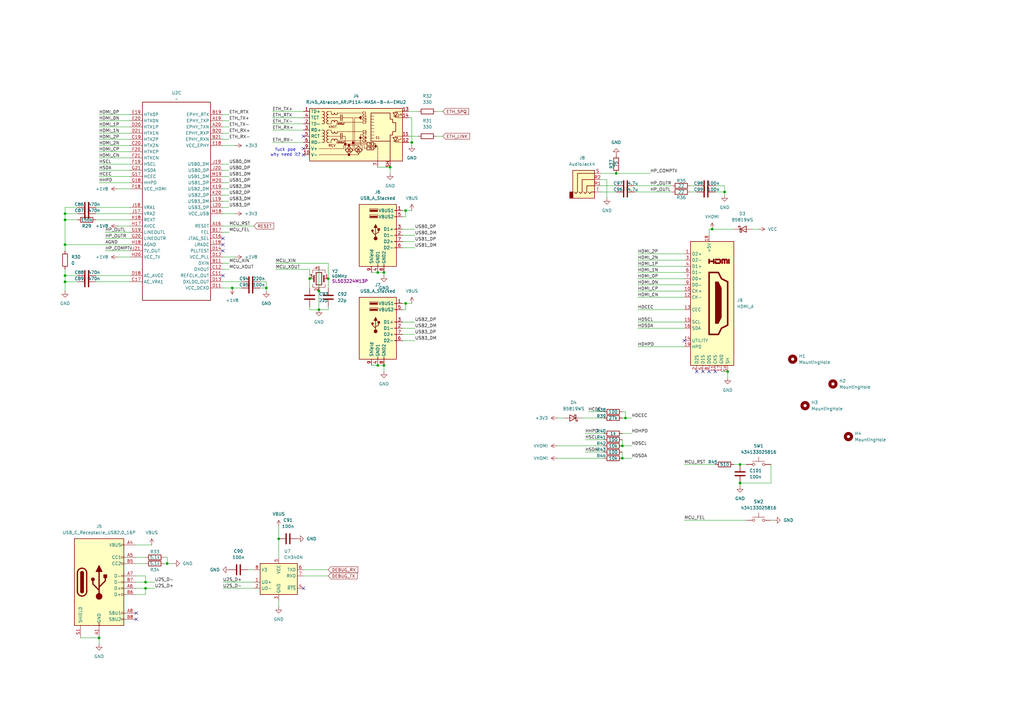
<source format=kicad_sch>
(kicad_sch (version 20231120) (generator "eeschema") (generator_version "8.0")
  (paper "A3")
  (title_block (title "Radianite Computer (Codename: Lemon Irvine)") (date "2024-09-20") (rev "0.1"))
  (junction (at 130.81 119.38))
  (junction (at 26.67 87.63))
  (junction (at 157.48 149.86))
  (junction (at 154.94 149.86))
  (junction (at 166.37 124.46))
  (junction (at 160.02 68.58))
  (junction (at 109.22 118.11))
  (junction (at 95.25 118.11))
  (junction (at 59.69 238.76))
  (junction (at 68.58 231.14))
  (junction (at 157.48 111.76))
  (junction (at 134.62 114.3))
  (junction (at 59.69 241.3))
  (junction (at 166.37 86.36))
  (junction (at 303.53 198.12))
  (junction (at 26.67 100.33))
  (junction (at 168.91 58.42))
  (junction (at 26.67 113.03))
  (junction (at 26.67 90.17))
  (junction (at 114.3 220.98))
  (junction (at 255.27 187.96))
  (junction (at 297.18 78.74))
  (junction (at 130.81 127))
  (junction (at 26.67 115.57))
  (junction (at 252.73 71.12))
  (junction (at 303.53 190.5))
  (junction (at 255.27 182.88))
  (junction (at 154.94 111.76))
  (junction (at 40.64 261.62))
  (junction (at 292.1 93.98))
  (junction (at 127 114.3))
  (junction (at 298.45 152.4))
  (junction (at 256.54 171.45))
  (no_connect (at 124.46 55.88))
  (no_connect (at 290.83 152.4))
  (no_connect (at 124.46 241.3))
  (no_connect (at 55.88 251.46))
  (no_connect (at 124.46 63.5))
  (no_connect (at 91.44 100.33))
  (no_connect (at 280.67 139.7))
  (no_connect (at 124.46 60.96))
  (no_connect (at 91.44 113.03))
  (no_connect (at 55.88 254))
  (no_connect (at 288.29 152.4))
  (no_connect (at 285.75 152.4))
  (no_connect (at 293.37 152.4))
  (no_connect (at 91.44 97.79))
  (no_connect (at 91.44 102.87))
  (wire (pts (xy 127 110.49) (xy 113.03 110.49)))
  (wire (pts (xy 40.64 52.07) (xy 53.34 52.07)))
  (wire (pts (xy 55.88 238.76) (xy 59.69 238.76)))
  (wire (pts (xy 303.53 190.5) (xy 306.07 190.5)))
  (wire (pts (xy 246.38 76.2) (xy 252.73 76.2)))
  (wire (pts (xy 59.69 236.22) (xy 55.88 236.22)))
  (wire (pts (xy 67.31 231.14) (xy 68.58 231.14)))
  (wire (pts (xy 165.1 101.6) (xy 170.18 101.6)))
  (wire (pts (xy 246.38 78.74) (xy 252.73 78.74)))
  (wire (pts (xy 43.18 97.79) (xy 53.34 97.79)))
  (wire (pts (xy 300.99 93.98) (xy 292.1 93.98)))
  (wire (pts (xy 68.58 231.14) (xy 71.12 231.14)))
  (wire (pts (xy 255.27 171.45) (xy 256.54 171.45)))
  (wire (pts (xy 165.1 99.06) (xy 170.18 99.06)))
  (wire (pts (xy 91.44 77.47) (xy 93.98 77.47)))
  (wire (pts (xy 165.1 134.62) (xy 170.18 134.62)))
  (wire (pts (xy 39.37 85.09) (xy 53.34 85.09)))
  (wire (pts (xy 308.61 93.98) (xy 311.15 93.98)))
  (wire (pts (xy 91.44 95.25) (xy 93.98 95.25)))
  (wire (pts (xy 91.44 82.55) (xy 93.98 82.55)))
  (wire (pts (xy 43.18 102.87) (xy 53.34 102.87)))
  (wire (pts (xy 26.67 90.17) (xy 31.75 90.17)))
  (wire (pts (xy 255.27 185.42) (xy 255.27 187.96)))
  (wire (pts (xy 165.1 124.46) (xy 166.37 124.46)))
  (wire (pts (xy 40.64 46.99) (xy 53.34 46.99)))
  (wire (pts (xy 165.1 96.52) (xy 170.18 96.52)))
  (wire (pts (xy 283.21 78.74) (xy 285.75 78.74)))
  (wire (pts (xy 134.62 127) (xy 130.81 127)))
  (wire (pts (xy 179.07 55.88) (xy 181.61 55.88)))
  (wire (pts (xy 59.69 238.76) (xy 59.69 236.22)))
  (wire (pts (xy 48.26 92.71) (xy 53.34 92.71)))
  (wire (pts (xy 261.62 111.76) (xy 280.67 111.76)))
  (wire (pts (xy 303.53 198.12) (xy 316.23 198.12)))
  (wire (pts (xy 261.62 116.84) (xy 280.67 116.84)))
  (wire (pts (xy 255.27 180.34) (xy 255.27 182.88)))
  (wire (pts (xy 165.1 127) (xy 166.37 127)))
  (wire (pts (xy 40.64 49.53) (xy 53.34 49.53)))
  (wire (pts (xy 114.3 246.38) (xy 114.3 248.92)))
  (wire (pts (xy 91.44 241.3) (xy 104.14 241.3)))
  (wire (pts (xy 167.64 58.42) (xy 168.91 58.42)))
  (wire (pts (xy 167.64 45.72) (xy 171.45 45.72)))
  (wire (pts (xy 165.1 132.08) (xy 170.18 132.08)))
  (wire (pts (xy 39.37 115.57) (xy 53.34 115.57)))
  (wire (pts (xy 166.37 86.36) (xy 168.91 86.36)))
  (wire (pts (xy 101.6 233.68) (xy 104.14 233.68)))
  (wire (pts (xy 91.44 54.61) (xy 93.98 54.61)))
  (wire (pts (xy 261.62 109.22) (xy 280.67 109.22)))
  (wire (pts (xy 26.67 113.03) (xy 26.67 110.49)))
  (wire (pts (xy 48.26 77.47) (xy 53.34 77.47)))
  (wire (pts (xy 91.44 85.09) (xy 93.98 85.09)))
  (wire (pts (xy 59.69 241.3) (xy 59.69 243.84)))
  (wire (pts (xy 127 125.73) (xy 127 127)))
  (wire (pts (xy 124.46 236.22) (xy 134.62 236.22)))
  (wire (pts (xy 292.1 93.98) (xy 290.83 93.98)))
  (wire (pts (xy 248.92 73.66) (xy 246.38 73.66)))
  (wire (pts (xy 134.62 125.73) (xy 134.62 127)))
  (wire (pts (xy 91.44 238.76) (xy 104.14 238.76)))
  (wire (pts (xy 40.64 69.85) (xy 53.34 69.85)))
  (wire (pts (xy 91.44 87.63) (xy 96.52 87.63)))
  (wire (pts (xy 40.64 57.15) (xy 53.34 57.15)))
  (wire (pts (xy 134.62 107.95) (xy 134.62 114.3)))
  (wire (pts (xy 106.68 118.11) (xy 109.22 118.11)))
  (wire (pts (xy 26.67 87.63) (xy 26.67 85.09)))
  (wire (pts (xy 168.91 59.69) (xy 168.91 58.42)))
  (wire (pts (xy 39.37 87.63) (xy 53.34 87.63)))
  (wire (pts (xy 261.62 134.62) (xy 280.67 134.62)))
  (wire (pts (xy 91.44 118.11) (xy 95.25 118.11)))
  (wire (pts (xy 91.44 67.31) (xy 93.98 67.31)))
  (wire (pts (xy 109.22 115.57) (xy 106.68 115.57)))
  (wire (pts (xy 280.67 213.36) (xy 306.07 213.36)))
  (wire (pts (xy 165.1 93.98) (xy 170.18 93.98)))
  (wire (pts (xy 293.37 78.74) (xy 297.18 78.74)))
  (wire (pts (xy 154.94 149.86) (xy 157.48 149.86)))
  (wire (pts (xy 165.1 88.9) (xy 166.37 88.9)))
  (wire (pts (xy 260.35 76.2) (xy 275.59 76.2)))
  (wire (pts (xy 283.21 76.2) (xy 285.75 76.2)))
  (wire (pts (xy 261.62 121.92) (xy 280.67 121.92)))
  (wire (pts (xy 59.69 238.76) (xy 63.5 238.76)))
  (wire (pts (xy 316.23 198.12) (xy 316.23 190.5)))
  (wire (pts (xy 55.88 231.14) (xy 59.69 231.14)))
  (wire (pts (xy 246.38 71.12) (xy 252.73 71.12)))
  (wire (pts (xy 55.88 223.52) (xy 62.23 223.52)))
  (wire (pts (xy 127 127) (xy 130.81 127)))
  (wire (pts (xy 168.91 58.42) (xy 168.91 48.26)))
  (wire (pts (xy 91.44 92.71) (xy 104.14 92.71)))
  (wire (pts (xy 26.67 85.09) (xy 31.75 85.09)))
  (wire (pts (xy 316.23 213.36) (xy 317.5 213.36)))
  (wire (pts (xy 154.94 111.76) (xy 157.48 111.76)))
  (wire (pts (xy 114.3 215.9) (xy 114.3 220.98)))
  (wire (pts (xy 91.44 69.85) (xy 93.98 69.85)))
  (wire (pts (xy 26.67 119.38) (xy 26.67 115.57)))
  (wire (pts (xy 228.6 182.88) (xy 247.65 182.88)))
  (wire (pts (xy 91.44 57.15) (xy 93.98 57.15)))
  (wire (pts (xy 252.73 71.12) (xy 266.7 71.12)))
  (wire (pts (xy 68.58 231.14) (xy 68.58 228.6)))
  (wire (pts (xy 40.64 261.62) (xy 40.64 264.16)))
  (wire (pts (xy 91.44 105.41) (xy 96.52 105.41)))
  (wire (pts (xy 238.76 171.45) (xy 247.65 171.45)))
  (wire (pts (xy 260.35 78.74) (xy 275.59 78.74)))
  (wire (pts (xy 290.83 93.98) (xy 290.83 96.52)))
  (wire (pts (xy 26.67 102.87) (xy 26.67 100.33)))
  (wire (pts (xy 157.48 111.76) (xy 157.48 113.03)))
  (wire (pts (xy 157.48 149.86) (xy 157.48 152.4)))
  (wire (pts (xy 111.76 53.34) (xy 124.46 53.34)))
  (wire (pts (xy 130.81 119.38) (xy 130.81 127)))
  (wire (pts (xy 261.62 106.68) (xy 280.67 106.68)))
  (wire (pts (xy 111.76 45.72) (xy 124.46 45.72)))
  (wire (pts (xy 255.27 182.88) (xy 259.08 182.88)))
  (wire (pts (xy 240.03 185.42) (xy 247.65 185.42)))
  (wire (pts (xy 280.67 190.5) (xy 293.37 190.5)))
  (wire (pts (xy 165.1 137.16) (xy 170.18 137.16)))
  (wire (pts (xy 124.46 233.68) (xy 134.62 233.68)))
  (wire (pts (xy 40.64 74.93) (xy 53.34 74.93)))
  (wire (pts (xy 59.69 241.3) (xy 63.5 241.3)))
  (wire (pts (xy 40.64 72.39) (xy 53.34 72.39)))
  (wire (pts (xy 91.44 46.99) (xy 93.98 46.99)))
  (wire (pts (xy 256.54 171.45) (xy 259.08 171.45)))
  (wire (pts (xy 152.4 111.76) (xy 154.94 111.76)))
  (wire (pts (xy 179.07 45.72) (xy 181.61 45.72)))
  (wire (pts (xy 26.67 113.03) (xy 31.75 113.03)))
  (wire (pts (xy 127 114.3) (xy 127 118.11)))
  (wire (pts (xy 297.18 76.2) (xy 293.37 76.2)))
  (wire (pts (xy 255.27 168.91) (xy 256.54 168.91)))
  (wire (pts (xy 154.94 68.58) (xy 160.02 68.58)))
  (wire (pts (xy 26.67 100.33) (xy 26.67 90.17)))
  (wire (pts (xy 261.62 142.24) (xy 280.67 142.24)))
  (wire (pts (xy 91.44 59.69) (xy 96.52 59.69)))
  (wire (pts (xy 114.3 220.98) (xy 114.3 228.6)))
  (wire (pts (xy 248.92 81.28) (xy 248.92 73.66)))
  (wire (pts (xy 26.67 87.63) (xy 31.75 87.63)))
  (wire (pts (xy 166.37 127) (xy 166.37 124.46)))
  (wire (pts (xy 40.64 67.31) (xy 53.34 67.31)))
  (wire (pts (xy 48.26 105.41) (xy 53.34 105.41)))
  (wire (pts (xy 43.18 95.25) (xy 53.34 95.25)))
  (wire (pts (xy 261.62 127) (xy 280.67 127)))
  (wire (pts (xy 91.44 74.93) (xy 93.98 74.93)))
  (wire (pts (xy 40.64 59.69) (xy 53.34 59.69)))
  (wire (pts (xy 113.03 107.95) (xy 134.62 107.95)))
  (wire (pts (xy 152.4 149.86) (xy 154.94 149.86)))
  (wire (pts (xy 91.44 72.39) (xy 93.98 72.39)))
  (wire (pts (xy 300.99 190.5) (xy 303.53 190.5)))
  (wire (pts (xy 111.76 48.26) (xy 124.46 48.26)))
  (wire (pts (xy 228.6 187.96) (xy 247.65 187.96)))
  (wire (pts (xy 26.67 115.57) (xy 31.75 115.57)))
  (wire (pts (xy 261.62 114.3) (xy 280.67 114.3)))
  (wire (pts (xy 91.44 110.49) (xy 93.98 110.49)))
  (wire (pts (xy 39.37 90.17) (xy 53.34 90.17)))
  (wire (pts (xy 111.76 50.8) (xy 124.46 50.8)))
  (wire (pts (xy 240.03 177.8) (xy 247.65 177.8)))
  (wire (pts (xy 134.62 114.3) (xy 134.62 118.11)))
  (wire (pts (xy 261.62 119.38) (xy 280.67 119.38)))
  (wire (pts (xy 40.64 54.61) (xy 53.34 54.61)))
  (wire (pts (xy 33.02 261.62) (xy 40.64 261.62)))
  (wire (pts (xy 261.62 132.08) (xy 280.67 132.08)))
  (wire (pts (xy 167.64 55.88) (xy 171.45 55.88)))
  (wire (pts (xy 26.67 90.17) (xy 26.67 87.63)))
  (wire (pts (xy 130.81 109.22) (xy 130.81 119.38)))
  (wire (pts (xy 40.64 64.77) (xy 53.34 64.77)))
  (wire (pts (xy 165.1 139.7) (xy 170.18 139.7)))
  (wire (pts (xy 256.54 168.91) (xy 256.54 171.45)))
  (wire (pts (xy 255.27 177.8) (xy 259.08 177.8)))
  (wire (pts (xy 160.02 68.58) (xy 160.02 71.12)))
  (wire (pts (xy 91.44 115.57) (xy 99.06 115.57)))
  (wire (pts (xy 241.3 168.91) (xy 247.65 168.91)))
  (wire (pts (xy 26.67 100.33) (xy 53.34 100.33)))
  (wire (pts (xy 255.27 187.96) (xy 259.08 187.96)))
  (wire (pts (xy 91.44 49.53) (xy 93.98 49.53)))
  (wire (pts (xy 228.6 171.45) (xy 231.14 171.45)))
  (wire (pts (xy 168.91 48.26) (xy 167.64 48.26)))
  (wire (pts (xy 127 114.3) (xy 127 110.49)))
  (wire (pts (xy 91.44 80.01) (xy 93.98 80.01)))
  (wire (pts (xy 109.22 119.38) (xy 109.22 118.11)))
  (wire (pts (xy 111.76 58.42) (xy 124.46 58.42)))
  (wire (pts (xy 166.37 88.9) (xy 166.37 86.36)))
  (wire (pts (xy 91.44 107.95) (xy 93.98 107.95)))
  (wire (pts (xy 55.88 228.6) (xy 59.69 228.6)))
  (wire (pts (xy 297.18 78.74) (xy 297.18 76.2)))
  (wire (pts (xy 59.69 243.84) (xy 55.88 243.84)))
  (wire (pts (xy 26.67 115.57) (xy 26.67 113.03)))
  (wire (pts (xy 240.03 180.34) (xy 247.65 180.34)))
  (wire (pts (xy 55.88 241.3) (xy 59.69 241.3)))
  (wire (pts (xy 297.18 80.01) (xy 297.18 78.74)))
  (wire (pts (xy 91.44 52.07) (xy 93.98 52.07)))
  (wire (pts (xy 166.37 124.46) (xy 168.91 124.46)))
  (wire (pts (xy 166.37 86.36) (xy 165.1 86.36)))
  (wire (pts (xy 303.53 198.12) (xy 303.53 199.39)))
  (wire (pts (xy 298.45 152.4) (xy 298.45 154.94)))
  (wire (pts (xy 68.58 228.6) (xy 67.31 228.6)))
  (wire (pts (xy 295.91 152.4) (xy 298.45 152.4)))
  (wire (pts (xy 95.25 118.11) (xy 99.06 118.11)))
  (wire (pts (xy 261.62 104.14) (xy 280.67 104.14)))
  (wire (pts (xy 40.64 62.23) (xy 53.34 62.23)))
  (wire (pts (xy 109.22 118.11) (xy 109.22 115.57)))
  (wire (pts (xy 39.37 113.03) (xy 53.34 113.03)))
  (text "fuck poe\nwhy need it?" (at 117.094 62.484 0) (effects (font (size 1.27 1.27))))
  (label "HDMI_CP" (at 261.62 119.38 0))
  (label "USB0_DM" (at 170.18 96.52 0))
  (label "HDMI_2N" (at 40.64 59.69 0))
  (label "MCU_RST" (at 280.67 190.5 0))
  (label "USB1_DP" (at 93.98 74.93 0))
  (label "HDMI_CN" (at 261.62 121.92 0))
  (label "USB0_DM" (at 93.98 67.31 0))
  (label "HDMI_0P" (at 40.64 46.99 0))
  (label "AGND" (at 43.18 100.33 0))
  (label "MCU_XIN" (at 93.98 107.95 0))
  (label "USB3_DP" (at 170.18 137.16 0))
  (label "USB2_DM" (at 170.18 134.62 0))
  (label "USB2_DM" (at 93.98 77.47 0))
  (label "HDMI_CN" (at 40.64 64.77 0))
  (label "HHPD" (at 40.64 74.93 0))
  (label "MCU_FEL" (at 280.67 213.36 0))
  (label "HDSDA" (at 259.08 187.96 0))
  (label "HDHPD" (at 261.62 142.24 0))
  (label "HDSCL" (at 259.08 182.88 0))
  (label "USB1_DP" (at 170.18 99.06 0))
  (label "HDMI_2P" (at 40.64 57.15 0))
  (label "HDMI_1P" (at 261.62 109.22 0))
  (label "HDMI_CP" (at 40.64 62.23 0))
  (label "USB3_DM" (at 93.98 82.55 0))
  (label "HP_OUTL" (at 266.7 78.74 0))
  (label "HP_OUTR" (at 43.18 97.79 0))
  (label "MCU_XOUT" (at 113.03 110.49 0))
  (label "HSDA" (at 40.64 69.85 0))
  (label "HP_COMPTV" (at 266.7 71.12 0))
  (label "HP_OUTL" (at 43.18 95.25 0))
  (label "HSDA" (at 240.03 185.42 0))
  (label "MCU_XIN" (at 113.03 107.95 0))
  (label "HDCEC" (at 261.62 127 0))
  (label "HDSCL" (at 261.62 132.08 0))
  (label "ETH_RTX" (at 93.98 46.99 0))
  (label "HDMI_1N" (at 261.62 111.76 0))
  (label "HCEC" (at 40.64 72.39 0))
  (label "USB2_DP" (at 93.98 80.01 0))
  (label "ETH_TX+" (at 93.98 49.53 0))
  (label "ETH_RX-" (at 93.98 57.15 0))
  (label "MCU_FEL" (at 93.98 95.25 0))
  (label "HDMI_1P" (at 40.64 52.07 0))
  (label "HDMI_0P" (at 261.62 114.3 0))
  (label "ETH_RX+" (at 93.98 54.61 0))
  (label "USB1_DM" (at 170.18 101.6 0))
  (label "HDHPD" (at 259.08 177.8 0))
  (label "HDMI_2N" (at 261.62 106.68 0))
  (label "U2S_D+" (at 63.5 241.3 0))
  (label "HSCL" (at 40.64 67.31 0))
  (label "USB1_DM" (at 93.98 72.39 0))
  (label "ETH_TX-" (at 111.76 50.8 0))
  (label "USB3_DM" (at 170.18 139.7 0))
  (label "HDMI_2P" (at 261.62 104.14 0))
  (label "U2S_D-" (at 91.44 241.3 0))
  (label "ETH_TX-" (at 93.98 52.07 0))
  (label "HDCEC" (at 259.08 171.45 0))
  (label "HDMI_0N" (at 261.62 116.84 0))
  (label "HDSDA" (at 261.62 134.62 0))
  (label "MCU_RST" (at 93.98 92.71 0))
  (label "USB2_DP" (at 170.18 132.08 0))
  (label "ETH_RX-" (at 111.76 58.42 0))
  (label "U2S_D+" (at 91.44 238.76 0))
  (label "HSCL" (at 240.03 180.34 0))
  (label "USB0_DP" (at 93.98 69.85 0))
  (label "ETH_RX+" (at 111.76 53.34 0))
  (label "HCEC" (at 241.3 168.91 0))
  (label "USB0_DP" (at 170.18 93.98 0))
  (label "HP_COMPTV" (at 43.18 102.87 0))
  (label "HHPD" (at 240.03 177.8 0))
  (label "HDMI_1N" (at 40.64 54.61 0))
  (label "USB3_DP" (at 93.98 85.09 0))
  (label "ETH_RTX" (at 111.76 48.26 0))
  (label "HP_OUTR" (at 266.7 76.2 0))
  (label "ETH_TX+" (at 111.76 45.72 0))
  (label "U2S_D-" (at 63.5 238.76 0))
  (label "HDMI_0N" (at 40.64 49.53 0))
  (label "MCU_XOUT" (at 93.98 110.49 0))
  (global_label "ETH_SPQ" (shape input) (at 181.61 45.72 0) (property "Intersheetrefs" "${INTERSHEET_REFS}" (effects (hide yes))))
  (global_label "ETH_LINK" (shape input) (at 181.61 55.88 0) (property "Intersheetrefs" "${INTERSHEET_REFS}" (effects (hide yes))))
  (global_label "DEBUG_TX" (shape input) (at 134.62 236.22 0) (property "Intersheetrefs" "${INTERSHEET_REFS}" (effects (hide yes))))
  (global_label "DEBUG_RX" (shape input) (at 134.62 233.68 0) (property "Intersheetrefs" "${INTERSHEET_REFS}" (effects (hide yes))))
  (global_label "RESET" (shape input) (at 104.14 92.71 0) (property "Intersheetrefs" "${INTERSHEET_REFS}" (effects (hide yes))))
  (symbol (lib_id "Device:R") (at 26.67 106.68 0) (unit 1)
    (property "Reference" "R30" (at 29.21 105.4099 0) (effects (justify left)))
    (property "Value" "0" (at 29.21 107.9499 0) (effects (justify left)))
    (property "Footprint" "Resistor_SMD:R_0402_1005Metric" (effects (hide yes)))
    (property "Description" "Resistor" (effects (hide yes)))
  )
  (symbol (lib_id "Interface_USB:CH340N") (at 114.3 236.22 0) (unit 1)
    (property "Reference" "U7" (at 116.4941 226.06 0) (effects (justify left)))
    (property "Value" "CH340N" (at 116.4941 228.6 0) (effects (justify left)))
    (property "Footprint" "Package_SO:SOP-8_3.9x4.9mm_P1.27mm" (effects (hide yes)))
    (property "Datasheet" "https://aitendo3.sakura.ne.jp/aitendo_data/product_img/ic/inteface/CH340N/ch340n.pdf" (effects (hide yes)))
    (property "Description" "USB serial converter, 2Mbps, UART, SOP-8" (effects (hide yes)))
  )
  (symbol (lib_id "Device:C") (at 303.53 194.31 0) (unit 1)
    (property "Reference" "C101" (at 307.34 193.0399 0) (effects (justify left)))
    (property "Value" "100n" (at 307.34 195.5799 0) (effects (justify left)))
    (property "Footprint" "Capacitor_SMD:C_0402_1005Metric" (effects (hide yes)))
    (property "Description" "Unpolarized capacitor" (effects (hide yes)))
  )
  (symbol (lib_id "power:VBUS") (at 62.23 223.52 0) (unit 1)
    (property "Reference" "#PWR085" (effects (hide yes)))
    (property "Value" "VBUS" (at 62.23 218.44 0))
    (property "Description" "Power symbol creates a global label with name \"VBUS\"" (effects (hide yes)))
  )
  (symbol (lib_id "power:GND") (at 168.91 59.69 0) (unit 1)
    (property "Reference" "#PWR064" (effects (hide yes)))
    (property "Value" "GND" (at 168.91 64.77 0))
    (property "Description" "Power symbol creates a global label with name \"GND\" , ground" (effects (hide yes)))
  )
  (symbol (lib_id "Device:R") (at 252.73 67.31 180) (unit 1)
    (property "Reference" "R37" (at 250.698 67.31 90))
    (property "Value" "75" (at 252.73 67.31 90))
    (property "Footprint" "Resistor_SMD:R_0402_1005Metric" (effects (hide yes)))
    (property "Description" "Resistor" (effects (hide yes)))
  )
  (symbol (lib_id "power:VCC") (at 311.15 93.98 270) (unit 1)
    (property "Reference" "#PWR0104" (effects (hide yes)))
    (property "Value" "VCC" (at 314.96 93.9799 90) (effects (justify left)))
    (property "Description" "Power symbol creates a global label with name \"VCC\"" (effects (hide yes)))
  )
  (symbol (lib_id "Device:Crystal_GND24") (at 130.81 114.3 180) (unit 1)
    (property "Reference" "Y2" (at 137.414 111.252 0))
    (property "Value" "40MHz" (at 139.192 113.284 0))
    (property "Footprint" "Crystal:Crystal_SMD_3225-4Pin_3.2x2.5mm" (effects (hide yes)))
    (property "Description" "Four pin crystal, GND on pins 2 and 4" (effects (hide yes)))
    (property "Veld 5" "SL503224M13P" (at 143.51 115.316 0))
  )
  (symbol (lib_id "Connector:USB_C_Receptacle_USB2.0_16P") (at 40.64 238.76 0) (unit 1)
    (property "Reference" "J5" (at 40.64 215.9 0))
    (property "Value" "USB_C_Receptacle_USB2.0_16P" (at 40.64 218.44 0))
    (property "Footprint" "Connector_USB:USB_C_Receptacle_GCT_USB4105-xx-A_16P_TopMnt_Horizontal" (effects (hide yes)))
    (property "Datasheet" "https://www.usb.org/sites/default/files/documents/usb_type-c.zip" (effects (hide yes)))
    (property "Description" "USB 2.0-only 16P Type-C Receptacle connector" (effects (hide yes)))
  )
  (symbol (lib_id "power:GND") (at 303.53 199.39 0) (unit 1)
    (property "Reference" "#PWR0110" (effects (hide yes)))
    (property "Value" "GND" (at 303.53 204.47 0))
    (property "Description" "Power symbol creates a global label with name \"GND\" , ground" (effects (hide yes)))
  )
  (symbol (lib_id "Device:C") (at 256.54 78.74 90) (unit 1)
    (property "Reference" "C96" (at 253.492 77.724 90))
    (property "Value" "4.7u" (at 259.588 77.724 90))
    (property "Footprint" "Capacitor_SMD:C_0402_1005Metric" (effects (hide yes)))
    (property "Description" "Unpolarized capacitor" (effects (hide yes)))
  )
  (symbol (lib_id "Device:R") (at 251.46 168.91 90) (unit 1)
    (property "Reference" "R38" (at 246.634 168.148 90))
    (property "Value" "100" (at 251.46 168.91 90))
    (property "Footprint" "Resistor_SMD:R_0402_1005Metric" (effects (hide yes)))
    (property "Description" "Resistor" (effects (hide yes)))
  )
  (symbol (lib_id "Device:C") (at 35.56 85.09 90) (unit 1)
    (property "Reference" "C86" (at 32.512 83.82 90))
    (property "Value" "470n" (at 38.608 83.82 90))
    (property "Footprint" "Capacitor_SMD:C_0402_1005Metric" (effects (hide yes)))
    (property "Description" "Unpolarized capacitor" (effects (hide yes)))
  )
  (symbol (lib_id "power:+3V3") (at 228.6 171.45 90) (unit 1)
    (property "Reference" "#PWR0106" (effects (hide yes)))
    (property "Value" "+3V3" (at 224.79 171.4499 90) (effects (justify left)))
    (property "Description" "Power symbol creates a global label with name \"+3V3\"" (effects (hide yes)))
  )
  (symbol (lib_id "power:VCC") (at 228.6 182.88 90) (unit 1)
    (property "Reference" "#PWR0108" (effects (hide yes)))
    (property "Value" "VHDMI" (at 224.79 182.8799 90) (effects (justify left)))
    (property "Description" "Power symbol creates a global label with name \"VCC\"" (effects (hide yes)))
  )
  (symbol (lib_id "Mechanical:MountingHole") (at 347.98 179.07 0) (unit 1) (exclude_from_sim yes) (in_bom no)
    (property "Reference" "H4" (at 350.52 177.7999 0) (effects (justify left)))
    (property "Value" "MountingHole" (at 350.52 180.3399 0) (effects (justify left)))
    (property "Footprint" "MountingHole:MountingHole_2.7mm_M2.5_ISO14580" (effects (hide yes)))
    (property "Description" "Mounting Hole without connection" (effects (hide yes)))
  )
  (symbol (lib_id "power:VBUS") (at 168.91 86.36 0) (unit 1)
    (property "Reference" "#PWR093" (effects (hide yes)))
    (property "Value" "VBUS" (at 168.91 81.28 0))
    (property "Description" "Power symbol creates a global label with name \"VBUS\"" (effects (hide yes)))
  )
  (symbol (lib_id "Device:C") (at 35.56 87.63 90) (unit 1)
    (property "Reference" "C87" (at 32.512 86.36 90))
    (property "Value" "470n" (at 38.608 86.36 90))
    (property "Footprint" "Capacitor_SMD:C_0402_1005Metric" (effects (hide yes)))
    (property "Description" "Unpolarized capacitor" (effects (hide yes)))
  )
  (symbol (lib_id "power:VBUS") (at 168.91 124.46 0) (unit 1)
    (property "Reference" "#PWR094" (effects (hide yes)))
    (property "Value" "VBUS" (at 168.91 119.38 0))
    (property "Description" "Power symbol creates a global label with name \"VBUS\"" (effects (hide yes)))
  )
  (symbol (lib_id "power:+1V8") (at 48.26 77.47 90) (unit 1)
    (property "Reference" "#PWR057" (effects (hide yes)))
    (property "Value" "+1V8" (at 44.45 77.4699 90) (effects (justify left)))
    (property "Description" "Power symbol creates a global label with name \"+1V8\"" (effects (hide yes)))
  )
  (symbol (lib_id "Device:R") (at 279.4 76.2 90) (unit 1)
    (property "Reference" "R35" (at 279.4 74.168 90))
    (property "Value" "22" (at 279.4 76.2 90))
    (property "Footprint" "Resistor_SMD:R_0402_1005Metric" (effects (hide yes)))
    (property "Description" "Resistor" (effects (hide yes)))
  )
  (symbol (lib_id "Device:D_Schottky") (at 304.8 93.98 0) (unit 1)
    (property "Reference" "D3" (at 304.4825 87.63 0))
    (property "Value" "B5819WS" (at 304.4825 90.17 0))
    (property "Footprint" "Diode_SMD:D_SOD-323" (effects (hide yes)))
    (property "Description" "Schottky diode" (effects (hide yes)))
  )
  (symbol (lib_id "power:VCC") (at 228.6 187.96 90) (unit 1)
    (property "Reference" "#PWR0109" (effects (hide yes)))
    (property "Value" "VHDMI" (at 224.79 187.9599 90) (effects (justify left)))
    (property "Description" "Power symbol creates a global label with name \"VCC\"" (effects (hide yes)))
  )
  (symbol (lib_id "power:GND") (at 130.81 127 0) (unit 1)
    (property "Reference" "#PWR098" (effects (hide yes)))
    (property "Value" "GND" (at 130.81 132.08 0))
    (property "Description" "Power symbol creates a global label with name \"GND\" , ground" (effects (hide yes)))
  )
  (symbol (lib_id "power:+1V8") (at 96.52 105.41 270) (unit 1)
    (property "Reference" "#PWR097" (effects (hide yes)))
    (property "Value" "+1V8" (at 100.33 105.4099 90) (effects (justify left)))
    (property "Description" "Power symbol creates a global label with name \"+1V8\"" (effects (hide yes)))
  )
  (symbol (lib_id "Device:R") (at 279.4 78.74 90) (unit 1)
    (property "Reference" "R36" (at 279.4 81.026 90))
    (property "Value" "22" (at 279.4 78.74 90))
    (property "Footprint" "Resistor_SMD:R_0402_1005Metric" (effects (hide yes)))
    (property "Description" "Resistor" (effects (hide yes)))
  )
  (symbol (lib_id "power:+1V8") (at 48.26 92.71 90) (unit 1)
    (property "Reference" "#PWR058" (effects (hide yes)))
    (property "Value" "+1V8" (at 44.45 92.7099 90) (effects (justify left)))
    (property "Description" "Power symbol creates a global label with name \"+1V8\"" (effects (hide yes)))
  )
  (symbol (lib_id "power:GND") (at 121.92 220.98 90) (unit 1)
    (property "Reference" "#PWR090" (effects (hide yes)))
    (property "Value" "GND" (at 125.73 220.9799 90) (effects (justify right)))
    (property "Description" "Power symbol creates a global label with name \"GND\" , ground" (effects (hide yes)))
  )
  (symbol (lib_id "Device:C") (at 102.87 115.57 90) (unit 1)
    (property "Reference" "C94" (at 100.076 114.3 90))
    (property "Value" "220n" (at 106.172 114.3 90))
    (property "Footprint" "Capacitor_SMD:C_0402_1005Metric" (effects (hide yes)))
    (property "Description" "Unpolarized capacitor" (effects (hide yes)))
  )
  (symbol (lib_id "Switch:SW_Push") (at 311.15 190.5 0) (unit 1)
    (property "Reference" "SW1" (at 311.15 182.88 0))
    (property "Value" "434133025816" (at 311.15 185.42 0))
    (property "Footprint" "Button_Switch_SMD:SW_Push_1P1T_NO_Vertical_Wuerth_434133025816" (effects (hide yes)))
    (property "Description" "Push button switch, generic, two pins" (effects (hide yes)))
  )
  (symbol (lib_id "Device:R") (at 251.46 187.96 90) (unit 1)
    (property "Reference" "R44" (at 246.634 186.944 90))
    (property "Value" "10k" (at 251.46 187.96 90))
    (property "Footprint" "Resistor_SMD:R_0402_1005Metric" (effects (hide yes)))
    (property "Description" "Resistor" (effects (hide yes)))
  )
  (symbol (lib_id "Connector:RJ45_Abracon_ARJP11A-MASA-B-A-EMU2") (at 144.78 55.88 0) (unit 1)
    (property "Reference" "J4" (at 146.05 39.37 0))
    (property "Value" "RJ45_Abracon_ARJP11A-MASA-B-A-EMU2" (at 146.05 41.91 0))
    (property "Footprint" "Connector_RJ:RJ45_Abracon_ARJP11A-MA_Horizontal" (effects (hide yes)))
    (property "Datasheet" "https://abracon.com/Magnetics/lan/ARJP11A.PDF" (effects (hide yes)))
    (property "Description" "RJ45 PoE 10/100 Base-TX Jack with Magnetic Module" (effects (hide yes)))
  )
  (symbol (lib_id "power:GND") (at 298.45 154.94 0) (unit 1)
    (property "Reference" "#PWR0105" (effects (hide yes)))
    (property "Value" "GND" (at 298.45 160.02 0))
    (property "Description" "Power symbol creates a global label with name \"GND\" , ground" (effects (hide yes)))
  )
  (symbol (lib_id "Device:C") (at 35.56 115.57 90) (unit 1)
    (property "Reference" "C89" (at 32.512 114.3 90))
    (property "Value" "470n" (at 38.608 114.3 90))
    (property "Footprint" "Capacitor_SMD:C_0402_1005Metric" (effects (hide yes)))
    (property "Description" "Unpolarized capacitor" (effects (hide yes)))
  )
  (symbol (lib_id "power:GND") (at 40.64 264.16 0) (unit 1)
    (property "Reference" "#PWR087" (effects (hide yes)))
    (property "Value" "GND" (at 40.64 269.24 0))
    (property "Description" "Power symbol creates a global label with name \"GND\" , ground" (effects (hide yes)))
  )
  (symbol (lib_id "Device:R") (at 63.5 231.14 90) (unit 1)
    (property "Reference" "R34" (at 63.5 233.68 90))
    (property "Value" "5.1k" (at 63.5 231.14 90))
    (property "Footprint" "Resistor_SMD:R_0402_1005Metric" (effects (hide yes)))
    (property "Description" "Resistor" (effects (hide yes)))
  )
  (symbol (lib_id "power:GND") (at 93.98 233.68 270) (unit 1)
    (property "Reference" "#PWR089" (effects (hide yes)))
    (property "Value" "GND" (at 90.17 233.6799 90) (effects (justify right)))
    (property "Description" "Power symbol creates a global label with name \"GND\" , ground" (effects (hide yes)))
  )
  (symbol (lib_id "Device:R") (at 297.18 190.5 90) (unit 1)
    (property "Reference" "R45" (at 292.354 189.484 90))
    (property "Value" "510" (at 297.18 190.5 90))
    (property "Footprint" "Resistor_SMD:R_0402_1005Metric" (effects (hide yes)))
    (property "Description" "Resistor" (effects (hide yes)))
  )
  (symbol (lib_id "power:GND") (at 157.48 152.4 0) (unit 1)
    (property "Reference" "#PWR096" (effects (hide yes)))
    (property "Value" "GND" (at 157.48 157.48 0))
    (property "Description" "Power symbol creates a global label with name \"GND\" , ground" (effects (hide yes)))
  )
  (symbol (lib_id "power:+3V3") (at 96.52 87.63 270) (unit 1)
    (property "Reference" "#PWR092" (effects (hide yes)))
    (property "Value" "+3V3" (at 100.33 87.6299 90) (effects (justify left)))
    (property "Description" "Power symbol creates a global label with name \"+3V3\"" (effects (hide yes)))
  )
  (symbol (lib_id "power:+1V8") (at 48.26 105.41 90) (unit 1)
    (property "Reference" "#PWR059" (effects (hide yes)))
    (property "Value" "+1V8" (at 44.45 105.4099 90) (effects (justify left)))
    (property "Description" "Power symbol creates a global label with name \"+1V8\"" (effects (hide yes)))
  )
  (symbol (lib_id "Device:R") (at 251.46 185.42 90) (unit 1)
    (property "Reference" "R43" (at 246.634 184.404 90))
    (property "Value" "100" (at 251.46 185.42 90))
    (property "Footprint" "Resistor_SMD:R_0402_1005Metric" (effects (hide yes)))
    (property "Description" "Resistor" (effects (hide yes)))
  )
  (symbol (lib_id "power:GND") (at 252.73 63.5 180) (unit 1)
    (property "Reference" "#PWR0103" (effects (hide yes)))
    (property "Value" "GND" (at 252.73 58.42 0))
    (property "Description" "Power symbol creates a global label with name \"GND\" , ground" (effects (hide yes)))
  )
  (symbol (lib_id "Mechanical:MountingHole") (at 330.2 166.37 0) (unit 1) (exclude_from_sim yes) (in_bom no)
    (property "Reference" "H3" (at 332.74 165.0999 0) (effects (justify left)))
    (property "Value" "MountingHole" (at 332.74 167.6399 0) (effects (justify left)))
    (property "Footprint" "MountingHole:MountingHole_2.7mm_M2.5_ISO14580" (effects (hide yes)))
    (property "Description" "Mounting Hole without connection" (effects (hide yes)))
  )
  (symbol (lib_id "power:+1V8") (at 95.25 118.11 180) (unit 1)
    (property "Reference" "#PWR0100" (effects (hide yes)))
    (property "Value" "+1V8" (at 95.25 123.19 0))
    (property "Description" "Power symbol creates a global label with name \"+1V8\"" (effects (hide yes)))
  )
  (symbol (lib_id "Connector:USB_A_Stacked") (at 154.94 96.52 0) (unit 1)
    (property "Reference" "J6" (at 154.94 78.74 0))
    (property "Value" "USB_A_Stacked" (at 154.94 81.28 0))
    (property "Footprint" "Connector_USB:USB_A_Wuerth_61400826021_Horizontal_Stacked" (effects (hide yes)))
    (property "Description" "USB Type A connector, stacked" (effects (hide yes)))
  )
  (symbol (lib_id "Connector:HDMI_A") (at 290.83 124.46 0) (unit 1)
    (property "Reference" "J9" (at 302.26 123.1899 0) (effects (justify left)))
    (property "Value" "HDMI_A" (at 302.26 125.7299 0) (effects (justify left)))
    (property "Footprint" "Connector_Video:HDMI_A_Molex_208658-1001_Horizontal" (effects (hide yes)))
    (property "Datasheet" "https://en.wikipedia.org/wiki/HDMI" (effects (hide yes)))
    (property "Description" "HDMI type A connector" (effects (hide yes)))
  )
  (symbol (lib_id "Device:C") (at 118.11 220.98 270) (unit 1)
    (property "Reference" "C91" (at 118.11 213.36 90))
    (property "Value" "100n" (at 118.11 215.9 90))
    (property "Footprint" "Capacitor_SMD:C_0402_1005Metric" (effects (hide yes)))
    (property "Description" "Unpolarized capacitor" (effects (hide yes)))
  )
  (symbol (lib_id "Mechanical:MountingHole") (at 341.63 157.48 0) (unit 1) (exclude_from_sim yes) (in_bom no)
    (property "Reference" "H2" (at 344.17 156.2099 0) (effects (justify left)))
    (property "Value" "MountingHole" (at 344.17 158.7499 0) (effects (justify left)))
    (property "Footprint" "MountingHole:MountingHole_2.7mm_M2.5_ISO14580" (effects (hide yes)))
    (property "Description" "Mounting Hole without connection" (effects (hide yes)))
  )
  (symbol (lib_id "Device:C") (at 256.54 76.2 90) (unit 1)
    (property "Reference" "C97" (at 253.492 75.184 90))
    (property "Value" "4.7u" (at 259.588 75.184 90))
    (property "Footprint" "Capacitor_SMD:C_0402_1005Metric" (effects (hide yes)))
    (property "Description" "Unpolarized capacitor" (effects (hide yes)))
  )
  (symbol (lib_id "Connector:USB_A_Stacked") (at 154.94 134.62 0) (unit 1)
    (property "Reference" "J7" (at 154.94 116.84 0))
    (property "Value" "USB_A_Stacked" (at 154.94 119.38 0))
    (property "Footprint" "Connector_USB:USB_A_Wuerth_61400826021_Horizontal_Stacked" (effects (hide yes)))
    (property "Description" "USB Type A connector, stacked" (effects (hide yes)))
  )
  (symbol (lib_id "power:VBUS") (at 114.3 215.9 0) (unit 1)
    (property "Reference" "#PWR091" (effects (hide yes)))
    (property "Value" "VBUS" (at 114.3 210.82 0))
    (property "Description" "Power symbol creates a global label with name \"VBUS\"" (effects (hide yes)))
  )
  (symbol (lib_id "Device:R") (at 63.5 228.6 90) (unit 1)
    (property "Reference" "R33" (at 63.5 226.314 90))
    (property "Value" "5.1k" (at 63.5 228.6 90))
    (property "Footprint" "Resistor_SMD:R_0402_1005Metric" (effects (hide yes)))
    (property "Description" "Resistor" (effects (hide yes)))
  )
  (symbol (lib_id "Device:R") (at 251.46 177.8 90) (unit 1)
    (property "Reference" "R40" (at 246.634 176.784 90))
    (property "Value" "1k" (at 251.46 177.8 90))
    (property "Footprint" "Resistor_SMD:R_0402_1005Metric" (effects (hide yes)))
    (property "Description" "Resistor" (effects (hide yes)))
  )
  (symbol (lib_id "power:GND") (at 297.18 80.01 0) (unit 1)
    (property "Reference" "#PWR0102" (effects (hide yes)))
    (property "Value" "GND" (at 297.18 85.09 0))
    (property "Description" "Power symbol creates a global label with name \"GND\" , ground" (effects (hide yes)))
  )
  (symbol (lib_id "power:GND") (at 160.02 71.12 0) (unit 1)
    (property "Reference" "#PWR084" (effects (hide yes)))
    (property "Value" "GND" (at 160.02 76.2 0))
    (property "Description" "Power symbol creates a global label with name \"GND\" , ground" (effects (hide yes)))
  )
  (symbol (lib_id "Device:R") (at 175.26 55.88 90) (unit 1)
    (property "Reference" "R31" (at 175.26 49.53 90))
    (property "Value" "330" (at 175.26 52.07 90))
    (property "Footprint" "Resistor_SMD:R_0402_1005Metric" (effects (hide yes)))
    (property "Description" "Resistor" (effects (hide yes)))
  )
  (symbol (lib_id "power:GND") (at 114.3 248.92 0) (unit 1)
    (property "Reference" "#PWR088" (effects (hide yes)))
    (property "Value" "GND" (at 114.3 254 0))
    (property "Description" "Power symbol creates a global label with name \"GND\" , ground" (effects (hide yes)))
  )
  (symbol (lib_id "Device:C") (at 35.56 113.03 90) (unit 1)
    (property "Reference" "C88" (at 32.512 111.76 90))
    (property "Value" "470n" (at 38.608 111.76 90))
    (property "Footprint" "Capacitor_SMD:C_0402_1005Metric" (effects (hide yes)))
    (property "Description" "Unpolarized capacitor" (effects (hide yes)))
  )
  (symbol (lib_id "Device:C") (at 289.56 76.2 90) (unit 1)
    (property "Reference" "C98" (at 286.512 75.184 90))
    (property "Value" "100n" (at 292.608 75.184 90))
    (property "Footprint" "Capacitor_SMD:C_0402_1005Metric" (effects (hide yes)))
    (property "Description" "Unpolarized capacitor" (effects (hide yes)))
  )
  (symbol (lib_id "power:VCC") (at 292.1 93.98 0) (unit 1)
    (property "Reference" "#PWR0107" (effects (hide yes)))
    (property "Value" "VHDMI" (at 292.1 88.9 0))
    (property "Description" "Power symbol creates a global label with name \"VCC\"" (effects (hide yes)))
  )
  (symbol (lib_id "Device:R") (at 251.46 182.88 90) (unit 1)
    (property "Reference" "R42" (at 246.634 181.864 90))
    (property "Value" "10k" (at 251.46 182.88 90))
    (property "Footprint" "Resistor_SMD:R_0402_1005Metric" (effects (hide yes)))
    (property "Description" "Resistor" (effects (hide yes)))
  )
  (symbol (lib_id "Switch:SW_Push") (at 311.15 213.36 0) (unit 1)
    (property "Reference" "SW2" (at 311.15 205.74 0))
    (property "Value" "434133025816" (at 311.15 208.28 0))
    (property "Footprint" "Button_Switch_SMD:SW_Push_1P1T_NO_Vertical_Wuerth_434133025816" (effects (hide yes)))
    (property "Description" "Push button switch, generic, two pins" (effects (hide yes)))
  )
  (symbol (lib_id "Device:C") (at 289.56 78.74 90) (unit 1)
    (property "Reference" "C99" (at 286.512 77.724 90))
    (property "Value" "100n" (at 292.608 77.724 90))
    (property "Footprint" "Capacitor_SMD:C_0402_1005Metric" (effects (hide yes)))
    (property "Description" "Unpolarized capacitor" (effects (hide yes)))
  )
  (symbol (lib_id "ProjectLemonIrvine:H616-BGA-190823") (at 72.39 81.28 0) (unit 3)
    (property "Reference" "U2" (at 72.39 38.1 0))
    (property "Value" "~" (at 72.39 40.64 0))
    (property "Footprint" "footprints:BGA284P65B1200_1400H125" (effects (hide yes)))
  )
  (symbol (lib_id "Device:C") (at 127 121.92 0) (unit 1)
    (property "Reference" "C93" (at 130.81 120.6499 0) (effects (justify left)))
    (property "Value" "22p" (at 130.81 123.1899 0) (effects (justify left)))
    (property "Footprint" "Capacitor_SMD:C_0402_1005Metric" (effects (hide yes)))
    (property "Description" "Unpolarized capacitor" (effects (hide yes)))
  )
  (symbol (lib_id "power:GND") (at 157.48 113.03 0) (unit 1)
    (property "Reference" "#PWR095" (effects (hide yes)))
    (property "Value" "GND" (at 157.48 118.11 0))
    (property "Description" "Power symbol creates a global label with name \"GND\" , ground" (effects (hide yes)))
  )
  (symbol (lib_id "Mechanical:MountingHole") (at 325.12 147.32 0) (unit 1) (exclude_from_sim yes) (in_bom no)
    (property "Reference" "H1" (at 327.66 146.0499 0) (effects (justify left)))
    (property "Value" "MountingHole" (at 327.66 148.5899 0) (effects (justify left)))
    (property "Footprint" "MountingHole:MountingHole_2.7mm_M2.5_ISO14580" (effects (hide yes)))
    (property "Description" "Mounting Hole without connection" (effects (hide yes)))
  )
  (symbol (lib_id "Connector_Audio:AudioJack4") (at 241.3 73.66 0) (unit 1)
    (property "Reference" "J8" (at 238.76 64.77 0))
    (property "Value" "AudioJack4" (at 238.76 67.31 0))
    (property "Footprint" "Connector_Audio:Jack_3.5mm_PJ320E_Horizontal" (effects (hide yes)))
    (property "Description" "Audio Jack, 4 Poles (TRRS)" (effects (hide yes)))
  )
  (symbol (lib_id "power:GND") (at 317.5 213.36 90) (unit 1)
    (property "Reference" "#PWR0111" (effects (hide yes)))
    (property "Value" "GND" (at 321.31 213.3599 90) (effects (justify right)))
    (property "Description" "Power symbol creates a global label with name \"GND\" , ground" (effects (hide yes)))
  )
  (symbol (lib_id "Device:C") (at 102.87 118.11 90) (unit 1)
    (property "Reference" "C95" (at 100.076 116.84 90))
    (property "Value" "100n" (at 106.172 116.84 90))
    (property "Footprint" "Capacitor_SMD:C_0402_1005Metric" (effects (hide yes)))
    (property "Description" "Unpolarized capacitor" (effects (hide yes)))
  )
  (symbol (lib_id "Device:R") (at 251.46 171.45 90) (unit 1)
    (property "Reference" "R39" (at 246.634 170.688 90))
    (property "Value" "27k" (at 251.46 171.45 90))
    (property "Footprint" "Resistor_SMD:R_0402_1005Metric" (effects (hide yes)))
    (property "Description" "Resistor" (effects (hide yes)))
  )
  (symbol (lib_id "power:GND") (at 26.67 119.38 0) (unit 1)
    (property "Reference" "#PWR062" (effects (hide yes)))
    (property "Value" "GND" (at 26.67 124.46 0))
    (property "Description" "Power symbol creates a global label with name \"GND\" , ground" (effects (hide yes)))
  )
  (symbol (lib_id "power:GND") (at 109.22 119.38 0) (unit 1)
    (property "Reference" "#PWR099" (effects (hide yes)))
    (property "Value" "GND" (at 109.22 124.46 0))
    (property "Description" "Power symbol creates a global label with name \"GND\" , ground" (effects (hide yes)))
  )
  (symbol (lib_id "power:GND") (at 71.12 231.14 90) (unit 1)
    (property "Reference" "#PWR086" (effects (hide yes)))
    (property "Value" "GND" (at 74.93 231.1399 90) (effects (justify right)))
    (property "Description" "Power symbol creates a global label with name \"GND\" , ground" (effects (hide yes)))
  )
  (symbol (lib_id "Device:C") (at 134.62 121.92 0) (unit 1)
    (property "Reference" "C92" (at 138.43 120.6499 0) (effects (justify left)))
    (property "Value" "22p" (at 138.43 123.1899 0) (effects (justify left)))
    (property "Footprint" "Capacitor_SMD:C_0402_1005Metric" (effects (hide yes)))
    (property "Description" "Unpolarized capacitor" (effects (hide yes)))
  )
  (symbol (lib_id "Device:R") (at 175.26 45.72 90) (unit 1)
    (property "Reference" "R32" (at 175.26 39.37 90))
    (property "Value" "330" (at 175.26 41.91 90))
    (property "Footprint" "Resistor_SMD:R_0402_1005Metric" (effects (hide yes)))
    (property "Description" "Resistor" (effects (hide yes)))
  )
  (symbol (lib_id "Device:R") (at 35.56 90.17 90) (unit 1)
    (property "Reference" "R29" (at 35.56 92.71 90))
    (property "Value" "150k" (at 35.56 90.17 90))
    (property "Footprint" "Resistor_SMD:R_0402_1005Metric" (effects (hide yes)))
    (property "Description" "Resistor" (effects (hide yes)))
  )
  (symbol (lib_id "power:+3V3") (at 96.52 59.69 270) (unit 1)
    (property "Reference" "#PWR063" (effects (hide yes)))
    (property "Value" "+3V3" (at 100.33 59.6899 90) (effects (justify left)))
    (property "Description" "Power symbol creates a global label with name \"+3V3\"" (effects (hide yes)))
  )
  (symbol (lib_id "Device:C") (at 97.79 233.68 90) (unit 1)
    (property "Reference" "C90" (at 97.79 226.06 90))
    (property "Value" "100n" (at 97.79 228.6 90))
    (property "Footprint" "Capacitor_SMD:C_0402_1005Metric" (effects (hide yes)))
    (property "Description" "Unpolarized capacitor" (effects (hide yes)))
  )
  (symbol (lib_id "Device:D_Schottky") (at 234.95 171.45 180) (unit 1)
    (property "Reference" "D4" (at 235.2675 165.1 0))
    (property "Value" "B5819WS" (at 235.2675 167.64 0))
    (property "Footprint" "Diode_SMD:D_SOD-323" (effects (hide yes)))
    (property "Description" "Schottky diode" (effects (hide yes)))
  )
  (symbol (lib_id "power:GND") (at 248.92 81.28 0) (unit 1)
    (property "Reference" "#PWR0101" (effects (hide yes)))
    (property "Value" "GND" (at 248.92 86.36 0))
    (property "Description" "Power symbol creates a global label with name \"GND\" , ground" (effects (hide yes)))
  )
  (symbol (lib_id "Device:R") (at 251.46 180.34 90) (unit 1)
    (property "Reference" "R41" (at 246.634 179.324 90))
    (property "Value" "100" (at 251.46 180.34 90))
    (property "Footprint" "Resistor_SMD:R_0402_1005Metric" (effects (hide yes)))
    (property "Description" "Resistor" (effects (hide yes)))
  )
)
</source>
